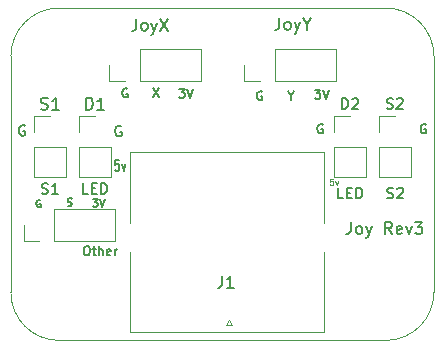
<source format=gbr>
G04 #@! TF.GenerationSoftware,KiCad,Pcbnew,(5.1.9)-1*
G04 #@! TF.CreationDate,2021-06-18T22:47:36-05:00*
G04 #@! TF.ProjectId,JoystickBoard,4a6f7973-7469-4636-9b42-6f6172642e6b,rev?*
G04 #@! TF.SameCoordinates,Original*
G04 #@! TF.FileFunction,Legend,Top*
G04 #@! TF.FilePolarity,Positive*
%FSLAX46Y46*%
G04 Gerber Fmt 4.6, Leading zero omitted, Abs format (unit mm)*
G04 Created by KiCad (PCBNEW (5.1.9)-1) date 2021-06-18 22:47:36*
%MOMM*%
%LPD*%
G01*
G04 APERTURE LIST*
%ADD10C,0.139700*%
%ADD11C,0.125000*%
%ADD12C,0.127000*%
%ADD13C,0.150000*%
G04 #@! TA.AperFunction,Profile*
%ADD14C,0.050000*%
G04 #@! TD*
%ADD15C,0.120000*%
G04 APERTURE END LIST*
D10*
X139546390Y-102801661D02*
X139939485Y-102801661D01*
X139727819Y-103043566D01*
X139818533Y-103043566D01*
X139879009Y-103073804D01*
X139909247Y-103104042D01*
X139939485Y-103164519D01*
X139939485Y-103315709D01*
X139909247Y-103376185D01*
X139879009Y-103406423D01*
X139818533Y-103436661D01*
X139637104Y-103436661D01*
X139576628Y-103406423D01*
X139546390Y-103376185D01*
X140120914Y-102801661D02*
X140332580Y-103436661D01*
X140544247Y-102801661D01*
X137384971Y-103330223D02*
X137475685Y-103360461D01*
X137626876Y-103360461D01*
X137687352Y-103330223D01*
X137717590Y-103299985D01*
X137747828Y-103239509D01*
X137747828Y-103179033D01*
X137717590Y-103118557D01*
X137687352Y-103088319D01*
X137626876Y-103058080D01*
X137505923Y-103027842D01*
X137445447Y-102997604D01*
X137415209Y-102967366D01*
X137384971Y-102906890D01*
X137384971Y-102846414D01*
X137415209Y-102785938D01*
X137445447Y-102755700D01*
X137505923Y-102725461D01*
X137657114Y-102725461D01*
X137747828Y-102755700D01*
X135091109Y-102870000D02*
X135030633Y-102839761D01*
X134939919Y-102839761D01*
X134849204Y-102870000D01*
X134788728Y-102930476D01*
X134758490Y-102990952D01*
X134728252Y-103111904D01*
X134728252Y-103202619D01*
X134758490Y-103323571D01*
X134788728Y-103384047D01*
X134849204Y-103444523D01*
X134939919Y-103474761D01*
X135000395Y-103474761D01*
X135091109Y-103444523D01*
X135121347Y-103414285D01*
X135121347Y-103202619D01*
X135000395Y-103202619D01*
X167712571Y-96469200D02*
X167640000Y-96432914D01*
X167531142Y-96432914D01*
X167422285Y-96469200D01*
X167349714Y-96541771D01*
X167313428Y-96614342D01*
X167277142Y-96759485D01*
X167277142Y-96868342D01*
X167313428Y-97013485D01*
X167349714Y-97086057D01*
X167422285Y-97158628D01*
X167531142Y-97194914D01*
X167603714Y-97194914D01*
X167712571Y-97158628D01*
X167748857Y-97122342D01*
X167748857Y-96868342D01*
X167603714Y-96868342D01*
X158974971Y-96469200D02*
X158902400Y-96432914D01*
X158793542Y-96432914D01*
X158684685Y-96469200D01*
X158612114Y-96541771D01*
X158575828Y-96614342D01*
X158539542Y-96759485D01*
X158539542Y-96868342D01*
X158575828Y-97013485D01*
X158612114Y-97086057D01*
X158684685Y-97158628D01*
X158793542Y-97194914D01*
X158866114Y-97194914D01*
X158974971Y-97158628D01*
X159011257Y-97122342D01*
X159011257Y-96868342D01*
X158866114Y-96868342D01*
D11*
X159846971Y-101072190D02*
X159608876Y-101072190D01*
X159585066Y-101310285D01*
X159608876Y-101286476D01*
X159656495Y-101262666D01*
X159775542Y-101262666D01*
X159823161Y-101286476D01*
X159846971Y-101310285D01*
X159870780Y-101357904D01*
X159870780Y-101476952D01*
X159846971Y-101524571D01*
X159823161Y-101548380D01*
X159775542Y-101572190D01*
X159656495Y-101572190D01*
X159608876Y-101548380D01*
X159585066Y-101524571D01*
X160037447Y-101238857D02*
X160156495Y-101572190D01*
X160275542Y-101238857D01*
D10*
X158321828Y-93537314D02*
X158793542Y-93537314D01*
X158539542Y-93827600D01*
X158648400Y-93827600D01*
X158720971Y-93863885D01*
X158757257Y-93900171D01*
X158793542Y-93972742D01*
X158793542Y-94154171D01*
X158757257Y-94226742D01*
X158720971Y-94263028D01*
X158648400Y-94299314D01*
X158430685Y-94299314D01*
X158358114Y-94263028D01*
X158321828Y-94226742D01*
X159011257Y-93537314D02*
X159265257Y-94299314D01*
X159519257Y-93537314D01*
X156311600Y-94038057D02*
X156311600Y-94400914D01*
X156057600Y-93638914D02*
X156311600Y-94038057D01*
X156565600Y-93638914D01*
X153844171Y-93675200D02*
X153771600Y-93638914D01*
X153662742Y-93638914D01*
X153553885Y-93675200D01*
X153481314Y-93747771D01*
X153445028Y-93820342D01*
X153408742Y-93965485D01*
X153408742Y-94074342D01*
X153445028Y-94219485D01*
X153481314Y-94292057D01*
X153553885Y-94364628D01*
X153662742Y-94400914D01*
X153735314Y-94400914D01*
X153844171Y-94364628D01*
X153880457Y-94328342D01*
X153880457Y-94074342D01*
X153735314Y-94074342D01*
X146815628Y-93435714D02*
X147287342Y-93435714D01*
X147033342Y-93726000D01*
X147142200Y-93726000D01*
X147214771Y-93762285D01*
X147251057Y-93798571D01*
X147287342Y-93871142D01*
X147287342Y-94052571D01*
X147251057Y-94125142D01*
X147214771Y-94161428D01*
X147142200Y-94197714D01*
X146924485Y-94197714D01*
X146851914Y-94161428D01*
X146815628Y-94125142D01*
X147505057Y-93435714D02*
X147759057Y-94197714D01*
X148013057Y-93435714D01*
X144602200Y-93410314D02*
X145110200Y-94172314D01*
X145110200Y-93410314D02*
X144602200Y-94172314D01*
X142439571Y-93446600D02*
X142367000Y-93410314D01*
X142258142Y-93410314D01*
X142149285Y-93446600D01*
X142076714Y-93519171D01*
X142040428Y-93591742D01*
X142004142Y-93736885D01*
X142004142Y-93845742D01*
X142040428Y-93990885D01*
X142076714Y-94063457D01*
X142149285Y-94136028D01*
X142258142Y-94172314D01*
X142330714Y-94172314D01*
X142439571Y-94136028D01*
X142475857Y-94099742D01*
X142475857Y-93845742D01*
X142330714Y-93845742D01*
X133760633Y-96583500D02*
X133675966Y-96541166D01*
X133548966Y-96541166D01*
X133421966Y-96583500D01*
X133337300Y-96668166D01*
X133294966Y-96752833D01*
X133252633Y-96922166D01*
X133252633Y-97049166D01*
X133294966Y-97218500D01*
X133337300Y-97303166D01*
X133421966Y-97387833D01*
X133548966Y-97430166D01*
X133633633Y-97430166D01*
X133760633Y-97387833D01*
X133802966Y-97345500D01*
X133802966Y-97049166D01*
X133633633Y-97049166D01*
X141914033Y-96634300D02*
X141829366Y-96591966D01*
X141702366Y-96591966D01*
X141575366Y-96634300D01*
X141490700Y-96718966D01*
X141448366Y-96803633D01*
X141406033Y-96972966D01*
X141406033Y-97099966D01*
X141448366Y-97269300D01*
X141490700Y-97353966D01*
X141575366Y-97438633D01*
X141702366Y-97480966D01*
X141787033Y-97480966D01*
X141914033Y-97438633D01*
X141956366Y-97396300D01*
X141956366Y-97099966D01*
X141787033Y-97099966D01*
D12*
X141742885Y-99512966D02*
X141440504Y-99512966D01*
X141410266Y-99936300D01*
X141440504Y-99893966D01*
X141500980Y-99851633D01*
X141652171Y-99851633D01*
X141712647Y-99893966D01*
X141742885Y-99936300D01*
X141773123Y-100020966D01*
X141773123Y-100232633D01*
X141742885Y-100317300D01*
X141712647Y-100359633D01*
X141652171Y-100401966D01*
X141500980Y-100401966D01*
X141440504Y-100359633D01*
X141410266Y-100317300D01*
X141984790Y-99809300D02*
X142135980Y-100401966D01*
X142287171Y-99809300D01*
D13*
X161379257Y-104735380D02*
X161379257Y-105449666D01*
X161331638Y-105592523D01*
X161236400Y-105687761D01*
X161093542Y-105735380D01*
X160998304Y-105735380D01*
X161998304Y-105735380D02*
X161903066Y-105687761D01*
X161855447Y-105640142D01*
X161807828Y-105544904D01*
X161807828Y-105259190D01*
X161855447Y-105163952D01*
X161903066Y-105116333D01*
X161998304Y-105068714D01*
X162141161Y-105068714D01*
X162236400Y-105116333D01*
X162284019Y-105163952D01*
X162331638Y-105259190D01*
X162331638Y-105544904D01*
X162284019Y-105640142D01*
X162236400Y-105687761D01*
X162141161Y-105735380D01*
X161998304Y-105735380D01*
X162664971Y-105068714D02*
X162903066Y-105735380D01*
X163141161Y-105068714D02*
X162903066Y-105735380D01*
X162807828Y-105973476D01*
X162760209Y-106021095D01*
X162664971Y-106068714D01*
X164855447Y-105735380D02*
X164522114Y-105259190D01*
X164284019Y-105735380D02*
X164284019Y-104735380D01*
X164664971Y-104735380D01*
X164760209Y-104783000D01*
X164807828Y-104830619D01*
X164855447Y-104925857D01*
X164855447Y-105068714D01*
X164807828Y-105163952D01*
X164760209Y-105211571D01*
X164664971Y-105259190D01*
X164284019Y-105259190D01*
X165664971Y-105687761D02*
X165569733Y-105735380D01*
X165379257Y-105735380D01*
X165284019Y-105687761D01*
X165236400Y-105592523D01*
X165236400Y-105211571D01*
X165284019Y-105116333D01*
X165379257Y-105068714D01*
X165569733Y-105068714D01*
X165664971Y-105116333D01*
X165712590Y-105211571D01*
X165712590Y-105306809D01*
X165236400Y-105402047D01*
X166045923Y-105068714D02*
X166284019Y-105735380D01*
X166522114Y-105068714D01*
X166807828Y-104735380D02*
X167426876Y-104735380D01*
X167093542Y-105116333D01*
X167236400Y-105116333D01*
X167331638Y-105163952D01*
X167379257Y-105211571D01*
X167426876Y-105306809D01*
X167426876Y-105544904D01*
X167379257Y-105640142D01*
X167331638Y-105687761D01*
X167236400Y-105735380D01*
X166950685Y-105735380D01*
X166855447Y-105687761D01*
X166807828Y-105640142D01*
D14*
X132588000Y-110680500D02*
X132588000Y-90678000D01*
X136652000Y-114744500D02*
G75*
G02*
X132588000Y-110680500I0J4064000D01*
G01*
X164338000Y-114744500D02*
X136652000Y-114744500D01*
X168402000Y-90678000D02*
X168402000Y-110680500D01*
X168402000Y-110680500D02*
G75*
G02*
X164338000Y-114744500I-4064000J0D01*
G01*
X164338000Y-86614000D02*
X136652000Y-86614000D01*
X132588000Y-90678000D02*
G75*
G02*
X136652000Y-86614000I4064000J0D01*
G01*
X164338000Y-86614000D02*
G75*
G02*
X168402000Y-90678000I0J-4064000D01*
G01*
D15*
X160080000Y-92770000D02*
X160080000Y-90110000D01*
X154940000Y-92770000D02*
X160080000Y-92770000D01*
X154940000Y-90110000D02*
X160080000Y-90110000D01*
X154940000Y-92770000D02*
X154940000Y-90110000D01*
X153670000Y-92770000D02*
X152340000Y-92770000D01*
X152340000Y-92770000D02*
X152340000Y-91440000D01*
X140910000Y-92770000D02*
X140910000Y-91440000D01*
X142240000Y-92770000D02*
X140910000Y-92770000D01*
X143510000Y-92770000D02*
X143510000Y-90110000D01*
X143510000Y-90110000D02*
X148650000Y-90110000D01*
X143510000Y-92770000D02*
X148650000Y-92770000D01*
X148650000Y-92770000D02*
X148650000Y-90110000D01*
X138370000Y-95745001D02*
X139700000Y-95745001D01*
X138370000Y-97075001D02*
X138370000Y-95745001D01*
X138370000Y-98345001D02*
X141030000Y-98345001D01*
X141030000Y-98345001D02*
X141030000Y-100945001D01*
X138370000Y-98345001D02*
X138370000Y-100945001D01*
X138370000Y-100945001D02*
X141030000Y-100945001D01*
X159960000Y-100945001D02*
X162620000Y-100945001D01*
X159960000Y-98345001D02*
X159960000Y-100945001D01*
X162620000Y-98345001D02*
X162620000Y-100945001D01*
X159960000Y-98345001D02*
X162620000Y-98345001D01*
X159960000Y-97075001D02*
X159960000Y-95745001D01*
X159960000Y-95745001D02*
X161290000Y-95745001D01*
X134560000Y-100945001D02*
X137220000Y-100945001D01*
X134560000Y-98345001D02*
X134560000Y-100945001D01*
X137220000Y-98345001D02*
X137220000Y-100945001D01*
X134560000Y-98345001D02*
X137220000Y-98345001D01*
X134560000Y-97075001D02*
X134560000Y-95745001D01*
X134560000Y-95745001D02*
X135890000Y-95745001D01*
X163770000Y-95745001D02*
X165100000Y-95745001D01*
X163770000Y-97075001D02*
X163770000Y-95745001D01*
X163770000Y-98345001D02*
X166430000Y-98345001D01*
X166430000Y-98345001D02*
X166430000Y-100945001D01*
X163770000Y-98345001D02*
X163770000Y-100945001D01*
X163770000Y-100945001D02*
X166430000Y-100945001D01*
X133671000Y-106295500D02*
X133671000Y-104965500D01*
X135001000Y-106295500D02*
X133671000Y-106295500D01*
X136271000Y-106295500D02*
X136271000Y-103635500D01*
X136271000Y-103635500D02*
X141411000Y-103635500D01*
X136271000Y-106295500D02*
X141411000Y-106295500D01*
X141411000Y-106295500D02*
X141411000Y-103635500D01*
X159084340Y-107271820D02*
X159082460Y-114002820D01*
X159082460Y-98762820D02*
X159082460Y-104775000D01*
X142674340Y-107271820D02*
X142672460Y-114002820D01*
X142672460Y-114002820D02*
X159082460Y-114002820D01*
X142672460Y-98762820D02*
X142672460Y-104775000D01*
X142672460Y-98762820D02*
X159082460Y-98762820D01*
X150835360Y-113451640D02*
X151274780Y-113451640D01*
X151274780Y-113451640D02*
X151048720Y-113019840D01*
X151048720Y-113019840D02*
X150835360Y-113451640D01*
D13*
X155319552Y-87437980D02*
X155319552Y-88152266D01*
X155271933Y-88295123D01*
X155176695Y-88390361D01*
X155033838Y-88437980D01*
X154938600Y-88437980D01*
X155938600Y-88437980D02*
X155843361Y-88390361D01*
X155795742Y-88342742D01*
X155748123Y-88247504D01*
X155748123Y-87961790D01*
X155795742Y-87866552D01*
X155843361Y-87818933D01*
X155938600Y-87771314D01*
X156081457Y-87771314D01*
X156176695Y-87818933D01*
X156224314Y-87866552D01*
X156271933Y-87961790D01*
X156271933Y-88247504D01*
X156224314Y-88342742D01*
X156176695Y-88390361D01*
X156081457Y-88437980D01*
X155938600Y-88437980D01*
X156605266Y-87771314D02*
X156843361Y-88437980D01*
X157081457Y-87771314D02*
X156843361Y-88437980D01*
X156748123Y-88676076D01*
X156700504Y-88723695D01*
X156605266Y-88771314D01*
X157652885Y-87961790D02*
X157652885Y-88437980D01*
X157319552Y-87437980D02*
X157652885Y-87961790D01*
X157986219Y-87437980D01*
X143206933Y-87514180D02*
X143206933Y-88228466D01*
X143159314Y-88371323D01*
X143064076Y-88466561D01*
X142921219Y-88514180D01*
X142825980Y-88514180D01*
X143825980Y-88514180D02*
X143730742Y-88466561D01*
X143683123Y-88418942D01*
X143635504Y-88323704D01*
X143635504Y-88037990D01*
X143683123Y-87942752D01*
X143730742Y-87895133D01*
X143825980Y-87847514D01*
X143968838Y-87847514D01*
X144064076Y-87895133D01*
X144111695Y-87942752D01*
X144159314Y-88037990D01*
X144159314Y-88323704D01*
X144111695Y-88418942D01*
X144064076Y-88466561D01*
X143968838Y-88514180D01*
X143825980Y-88514180D01*
X144492647Y-87847514D02*
X144730742Y-88514180D01*
X144968838Y-87847514D02*
X144730742Y-88514180D01*
X144635504Y-88752276D01*
X144587885Y-88799895D01*
X144492647Y-88847514D01*
X145254552Y-87514180D02*
X145921219Y-88514180D01*
X145921219Y-87514180D02*
X145254552Y-88514180D01*
X138961904Y-95197381D02*
X138961904Y-94197381D01*
X139200000Y-94197381D01*
X139342857Y-94245001D01*
X139438095Y-94340239D01*
X139485714Y-94435477D01*
X139533333Y-94625953D01*
X139533333Y-94768810D01*
X139485714Y-94959286D01*
X139438095Y-95054524D01*
X139342857Y-95149762D01*
X139200000Y-95197381D01*
X138961904Y-95197381D01*
X140485714Y-95197381D02*
X139914285Y-95197381D01*
X140200000Y-95197381D02*
X140200000Y-94197381D01*
X140104761Y-94340239D01*
X140009523Y-94435477D01*
X139914285Y-94483096D01*
D10*
X139128500Y-102347167D02*
X138705166Y-102347167D01*
X138705166Y-101458167D01*
X139424833Y-101881501D02*
X139721166Y-101881501D01*
X139848166Y-102347167D02*
X139424833Y-102347167D01*
X139424833Y-101458167D01*
X139848166Y-101458167D01*
X140229166Y-102347167D02*
X140229166Y-101458167D01*
X140440833Y-101458167D01*
X140567833Y-101500501D01*
X140652500Y-101585167D01*
X140694833Y-101669834D01*
X140737166Y-101839167D01*
X140737166Y-101966167D01*
X140694833Y-102135501D01*
X140652500Y-102220167D01*
X140567833Y-102304834D01*
X140440833Y-102347167D01*
X140229166Y-102347167D01*
X160633833Y-95147167D02*
X160633833Y-94258167D01*
X160845500Y-94258167D01*
X160972500Y-94300501D01*
X161057166Y-94385167D01*
X161099500Y-94469834D01*
X161141833Y-94639167D01*
X161141833Y-94766167D01*
X161099500Y-94935501D01*
X161057166Y-95020167D01*
X160972500Y-95104834D01*
X160845500Y-95147167D01*
X160633833Y-95147167D01*
X161480500Y-94342834D02*
X161522833Y-94300501D01*
X161607500Y-94258167D01*
X161819166Y-94258167D01*
X161903833Y-94300501D01*
X161946166Y-94342834D01*
X161988500Y-94427501D01*
X161988500Y-94512167D01*
X161946166Y-94639167D01*
X161438166Y-95147167D01*
X161988500Y-95147167D01*
X160718500Y-102713366D02*
X160295166Y-102713366D01*
X160295166Y-101824366D01*
X161014833Y-102247700D02*
X161311166Y-102247700D01*
X161438166Y-102713366D02*
X161014833Y-102713366D01*
X161014833Y-101824366D01*
X161438166Y-101824366D01*
X161819166Y-102713366D02*
X161819166Y-101824366D01*
X162030833Y-101824366D01*
X162157833Y-101866700D01*
X162242500Y-101951366D01*
X162284833Y-102036033D01*
X162327166Y-102205366D01*
X162327166Y-102332366D01*
X162284833Y-102501700D01*
X162242500Y-102586366D01*
X162157833Y-102671033D01*
X162030833Y-102713366D01*
X161819166Y-102713366D01*
D13*
X135128095Y-95149762D02*
X135270952Y-95197381D01*
X135509047Y-95197381D01*
X135604285Y-95149762D01*
X135651904Y-95102143D01*
X135699523Y-95006905D01*
X135699523Y-94911667D01*
X135651904Y-94816429D01*
X135604285Y-94768810D01*
X135509047Y-94721191D01*
X135318571Y-94673572D01*
X135223333Y-94625953D01*
X135175714Y-94578334D01*
X135128095Y-94483096D01*
X135128095Y-94387858D01*
X135175714Y-94292620D01*
X135223333Y-94245001D01*
X135318571Y-94197381D01*
X135556666Y-94197381D01*
X135699523Y-94245001D01*
X136651904Y-95197381D02*
X136080476Y-95197381D01*
X136366190Y-95197381D02*
X136366190Y-94197381D01*
X136270952Y-94340239D01*
X136175714Y-94435477D01*
X136080476Y-94483096D01*
D10*
X135212666Y-102304834D02*
X135339666Y-102347167D01*
X135551333Y-102347167D01*
X135636000Y-102304834D01*
X135678333Y-102262501D01*
X135720666Y-102177834D01*
X135720666Y-102093167D01*
X135678333Y-102008501D01*
X135636000Y-101966167D01*
X135551333Y-101923834D01*
X135382000Y-101881501D01*
X135297333Y-101839167D01*
X135255000Y-101796834D01*
X135212666Y-101712167D01*
X135212666Y-101627501D01*
X135255000Y-101542834D01*
X135297333Y-101500501D01*
X135382000Y-101458167D01*
X135593666Y-101458167D01*
X135720666Y-101500501D01*
X136567333Y-102347167D02*
X136059333Y-102347167D01*
X136313333Y-102347167D02*
X136313333Y-101458167D01*
X136228666Y-101585167D01*
X136144000Y-101669834D01*
X136059333Y-101712167D01*
X164422666Y-95104834D02*
X164549666Y-95147167D01*
X164761333Y-95147167D01*
X164846000Y-95104834D01*
X164888333Y-95062501D01*
X164930666Y-94977834D01*
X164930666Y-94893167D01*
X164888333Y-94808501D01*
X164846000Y-94766167D01*
X164761333Y-94723834D01*
X164592000Y-94681501D01*
X164507333Y-94639167D01*
X164465000Y-94596834D01*
X164422666Y-94512167D01*
X164422666Y-94427501D01*
X164465000Y-94342834D01*
X164507333Y-94300501D01*
X164592000Y-94258167D01*
X164803666Y-94258167D01*
X164930666Y-94300501D01*
X165269333Y-94342834D02*
X165311666Y-94300501D01*
X165396333Y-94258167D01*
X165608000Y-94258167D01*
X165692666Y-94300501D01*
X165735000Y-94342834D01*
X165777333Y-94427501D01*
X165777333Y-94512167D01*
X165735000Y-94639167D01*
X165227000Y-95147167D01*
X165777333Y-95147167D01*
X164473466Y-102671033D02*
X164600466Y-102713366D01*
X164812133Y-102713366D01*
X164896800Y-102671033D01*
X164939133Y-102628700D01*
X164981466Y-102544033D01*
X164981466Y-102459366D01*
X164939133Y-102374700D01*
X164896800Y-102332366D01*
X164812133Y-102290033D01*
X164642800Y-102247700D01*
X164558133Y-102205366D01*
X164515800Y-102163033D01*
X164473466Y-102078366D01*
X164473466Y-101993700D01*
X164515800Y-101909033D01*
X164558133Y-101866700D01*
X164642800Y-101824366D01*
X164854466Y-101824366D01*
X164981466Y-101866700D01*
X165320133Y-101909033D02*
X165362466Y-101866700D01*
X165447133Y-101824366D01*
X165658800Y-101824366D01*
X165743466Y-101866700D01*
X165785800Y-101909033D01*
X165828133Y-101993700D01*
X165828133Y-102078366D01*
X165785800Y-102205366D01*
X165277800Y-102713366D01*
X165828133Y-102713366D01*
X138947071Y-106770714D02*
X139092214Y-106770714D01*
X139164785Y-106807000D01*
X139237357Y-106879571D01*
X139273642Y-107024714D01*
X139273642Y-107278714D01*
X139237357Y-107423857D01*
X139164785Y-107496428D01*
X139092214Y-107532714D01*
X138947071Y-107532714D01*
X138874500Y-107496428D01*
X138801928Y-107423857D01*
X138765642Y-107278714D01*
X138765642Y-107024714D01*
X138801928Y-106879571D01*
X138874500Y-106807000D01*
X138947071Y-106770714D01*
X139491357Y-107024714D02*
X139781642Y-107024714D01*
X139600214Y-106770714D02*
X139600214Y-107423857D01*
X139636500Y-107496428D01*
X139709071Y-107532714D01*
X139781642Y-107532714D01*
X140035642Y-107532714D02*
X140035642Y-106770714D01*
X140362214Y-107532714D02*
X140362214Y-107133571D01*
X140325928Y-107061000D01*
X140253357Y-107024714D01*
X140144500Y-107024714D01*
X140071928Y-107061000D01*
X140035642Y-107097285D01*
X141015357Y-107496428D02*
X140942785Y-107532714D01*
X140797642Y-107532714D01*
X140725071Y-107496428D01*
X140688785Y-107423857D01*
X140688785Y-107133571D01*
X140725071Y-107061000D01*
X140797642Y-107024714D01*
X140942785Y-107024714D01*
X141015357Y-107061000D01*
X141051642Y-107133571D01*
X141051642Y-107206142D01*
X140688785Y-107278714D01*
X141378214Y-107532714D02*
X141378214Y-107024714D01*
X141378214Y-107169857D02*
X141414500Y-107097285D01*
X141450785Y-107061000D01*
X141523357Y-107024714D01*
X141595928Y-107024714D01*
D13*
X150466466Y-109302300D02*
X150466466Y-110016586D01*
X150418847Y-110159443D01*
X150323609Y-110254681D01*
X150180752Y-110302300D01*
X150085514Y-110302300D01*
X151466466Y-110302300D02*
X150895038Y-110302300D01*
X151180752Y-110302300D02*
X151180752Y-109302300D01*
X151085514Y-109445158D01*
X150990276Y-109540396D01*
X150895038Y-109588015D01*
M02*

</source>
